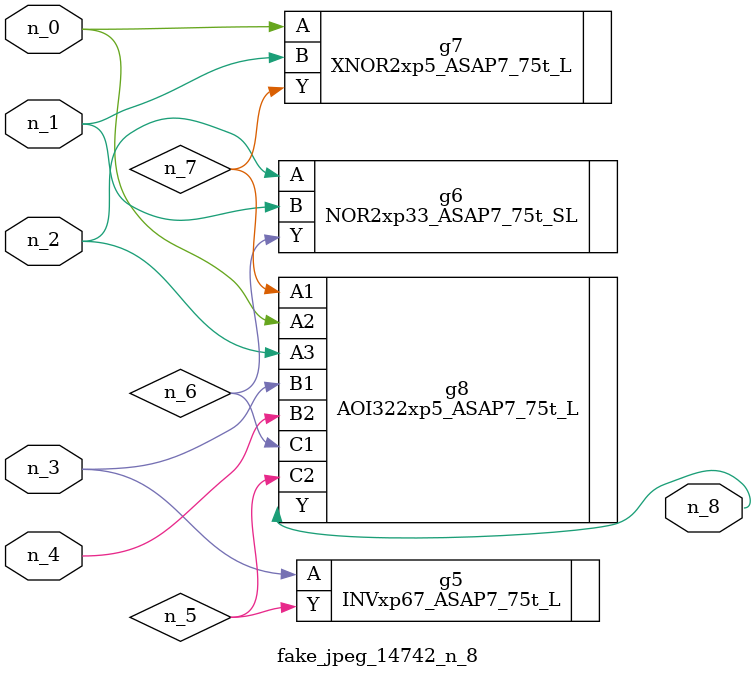
<source format=v>
module fake_jpeg_14742_n_8 (n_3, n_2, n_1, n_0, n_4, n_8);

input n_3;
input n_2;
input n_1;
input n_0;
input n_4;

output n_8;

wire n_6;
wire n_5;
wire n_7;

INVxp67_ASAP7_75t_L g5 ( 
.A(n_3),
.Y(n_5)
);

NOR2xp33_ASAP7_75t_SL g6 ( 
.A(n_2),
.B(n_1),
.Y(n_6)
);

XNOR2xp5_ASAP7_75t_L g7 ( 
.A(n_0),
.B(n_1),
.Y(n_7)
);

AOI322xp5_ASAP7_75t_L g8 ( 
.A1(n_7),
.A2(n_0),
.A3(n_2),
.B1(n_3),
.B2(n_4),
.C1(n_6),
.C2(n_5),
.Y(n_8)
);


endmodule
</source>
